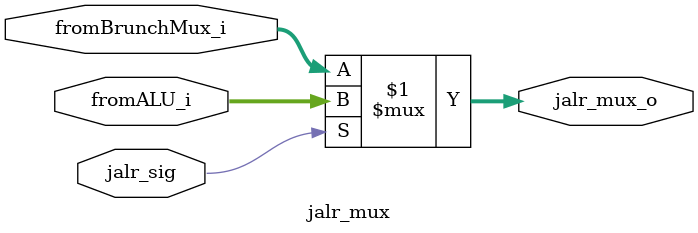
<source format=sv>
`timescale 1ns / 1ps


module jalr_mux(
    input  logic [31:0] fromALU_i,
    input  logic [31:0] fromBrunchMux_i,
    input  logic        jalr_sig, 
    output logic [31:0] jalr_mux_o
    );

    assign jalr_mux_o = (jalr_sig) ? fromALU_i : fromBrunchMux_i;
        
endmodule

</source>
